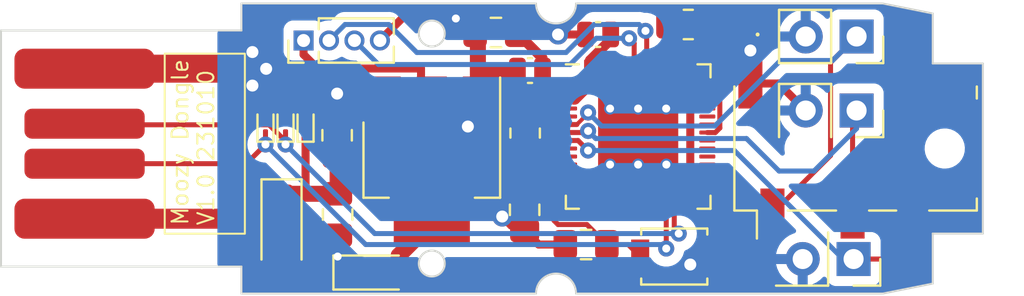
<source format=kicad_pcb>
(kicad_pcb (version 20221018) (generator pcbnew)
  (title_block (title "Moozy Dongle") (date "2023-10-10") (rev "1.0") (company "Author : Laurent Claude - www.Moozy.click") (comment 1 "License : Open Source Hardware - CC BY-SA 4.0"))
  (layers (0 "F.Cu" signal) (31 "B.Cu" signal) (34 "B.Paste" user) (35 "F.Paste" user) (36 "B.SilkS" user "B.Silkscreen") (37 "F.SilkS" user "F.Silkscreen") (38 "B.Mask" user) (39 "F.Mask" user) (44 "Edge.Cuts" user))
  (net 0 "")
  (net 1 "GND")
  (net 3 "+3.3V")
  (net 4 "Net-(U2-CHIP_PU{slash}RESET)")
  (net 5 "Net-(U2-GPIO1{slash}ADC1_CH0)")
  (net 21 "Net-(U2-GPIO2{slash}ADC1_CH1)")
  (net 22 "/Vusb")
  (net 39 "VBUS")
  (net 40 "Net-(D3-A1)")
  (net 41 "Net-(U2-GPIO0{slash}BOOT)")
  (net 48 "/TX")
  (net 49 "/RX")
  (net 52 "Net-(D4-A1)")
  (net 53 "Net-(D2-A)")
  (net 54 "/IO48{slash}LED")
  (net 55 "Net-(U2-GPIO3{slash}ADC1_CH2)")
  (footprint "Capacitor_SMD:C_0805_2012Metric_Pad1.18x1.45mm_HandSolder" (layer "F.Cu") (at 133.902 87.9329 90)
    (fp_text reference "C4" hide)
    (fp_text value "1uF" hide)
    (fp_line (start -0.261252 -0.735) (end 0.261252 -0.735) (stroke (width 0.12)) (layer "F.SilkS"))
    (fp_line (start -0.261252 0.735) (end 0.261252 0.735) (stroke (width 0.12)) (layer "F.SilkS"))
    (pad "1" smd roundrect (at -1.0375 0 90) (size 1.175 1.45) (layers "F.Cu" "F.Paste" "F.Mask") (roundrect_rratio 0.212766) (net 1 "GND"))
    (pad "2" smd roundrect (at 1.0375 0 90) (size 1.175 1.45) (layers "F.Cu" "F.Paste" "F.Mask") (roundrect_rratio 0.212766) (net 4 "Net-(U2-CHIP_PU{slash}RESET)"))
  )
  (footprint "Capacitor_SMD:C_0805_2012Metric_Pad1.18x1.45mm_HandSolder" (layer "F.Cu") (at 124.569 88.1695 -90)
    (fp_text reference "C1" hide)
    (fp_text value "10uF" hide)
    (fp_line (start -0.261252 -0.735) (end 0.261252 -0.735) (stroke (width 0.12)) (layer "F.SilkS"))
    (fp_line (start -0.261252 0.735) (end 0.261252 0.735) (stroke (width 0.12)) (layer "F.SilkS"))
    (pad "1" smd roundrect (at -1.0375 0 270) (size 1.175 1.45) (layers "F.Cu" "F.Paste" "F.Mask") (roundrect_rratio 0.212766) (net 39 "VBUS"))
    (pad "2" smd roundrect (at 1.0375 0 270) (size 1.175 1.45) (layers "F.Cu" "F.Paste" "F.Mask") (roundrect_rratio 0.212766) (net 1 "GND"))
  )
  (footprint "Capacitor_SMD:C_0805_2012Metric_Pad1.18x1.45mm_HandSolder" (layer "F.Cu") (at 132.469 79.07)
    (fp_text reference "C3" hide)
    (fp_text value "10uF" hide)
    (fp_line (start -0.261252 -0.735) (end 0.261252 -0.735) (stroke (width 0.12)) (layer "F.SilkS"))
    (fp_line (start -0.261252 0.735) (end 0.261252 0.735) (stroke (width 0.12)) (layer "F.SilkS"))
    (pad "1" smd roundrect (at -1.0375 0) (size 1.175 1.45) (layers "F.Cu" "F.Paste" "F.Mask") (roundrect_rratio 0.212766) (net 1 "GND"))
    (pad "2" smd roundrect (at 1.0375 0) (size 1.175 1.45) (layers "F.Cu" "F.Paste" "F.Mask") (roundrect_rratio 0.212766) (net 3 "+3.3V"))
  )
  (footprint "LED_SMD:LED_0201_0603Metric" (layer "F.Cu") (at 144.669 79.17 180)
    (fp_text reference "D2" hide)
    (fp_text value "LED KT-0603R" hide)
    (fp_circle (center -0.86 0) (end -0.81 0) (stroke (width 0.1)) (fill none) (layer "F.SilkS"))
    (pad "1" smd roundrect (at -0.32 0 180) (size 0.46 0.4) (layers "F.Cu" "F.Mask") (net 1 "GND"))
    (pad "2" smd roundrect (at 0.32 0 180) (size 0.46 0.4) (layers "F.Cu" "F.Mask") (net 53 "Net-(D2-A)"))
  )
  (footprint "Package_DFN_QFN:QFN-56-1EP_7x7mm_P0.4mm_EP4x4mm" (layer "F.Cu") (at 139.569 84.27)
    (fp_text reference "U2" hide)
    (fp_text value "ESP32-S3-PICO-1" hide)
    (fp_line (start -3.61 3.61) (end -3.61 2.96) (stroke (width 0.12)) (layer "F.SilkS"))
    (fp_line (start -2.96 -3.61) (end -3.61 -3.61) (stroke (width 0.12)) (layer "F.SilkS"))
    (fp_line (start -2.96 3.61) (end -3.61 3.61) (stroke (width 0.12)) (layer "F.SilkS"))
    (fp_line (start 2.96 -3.61) (end 3.61 -3.61) (stroke (width 0.12)) (layer "F.SilkS"))
    (fp_line (start 2.96 3.61) (end 3.61 3.61) (stroke (width 0.12)) (layer "F.SilkS"))
    (fp_line (start 3.61 -3.61) (end 3.61 -2.96) (stroke (width 0.12)) (layer "F.SilkS"))
    (fp_line (start 3.61 3.61) (end 3.61 2.96) (stroke (width 0.12)) (layer "F.SilkS"))
    (pad "1" smd roundrect (at -3.45 -2.6) (size 0.8 0.2) (layers "F.Cu" "F.Paste" "F.Mask"))
    (pad "2" smd roundrect (at -3.45 -2.2) (size 0.8 0.2) (layers "F.Cu" "F.Paste" "F.Mask") (net 3 "+3.3V"))
    (pad "3" smd roundrect (at -3.45 -1.8) (size 0.8 0.2) (layers "F.Cu" "F.Paste" "F.Mask") (net 3 "+3.3V"))
    (pad "4" smd roundrect (at -3.45 -1.4) (size 0.8 0.2) (layers "F.Cu" "F.Paste" "F.Mask") (net 4 "Net-(U2-CHIP_PU{slash}RESET)"))
    (pad "5" smd roundrect (at -3.45 -1) (size 0.8 0.2) (layers "F.Cu" "F.Paste" "F.Mask") (net 41 "Net-(U2-GPIO0{slash}BOOT)"))
    (pad "6" smd roundrect (at -3.45 -0.6) (size 0.8 0.2) (layers "F.Cu" "F.Paste" "F.Mask") (net 5 "Net-(U2-GPIO1{slash}ADC1_CH0)"))
    (pad "7" smd roundrect (at -3.45 -0.2) (size 0.8 0.2) (layers "F.Cu" "F.Paste" "F.Mask") (net 21 "Net-(U2-GPIO2{slash}ADC1_CH1)"))
    (pad "8" smd roundrect (at -3.45 0.2) (size 0.8 0.2) (layers "F.Cu" "F.Paste" "F.Mask") (net 55 "Net-(U2-GPIO3{slash}ADC1_CH2)"))
    (pad "9" smd roundrect (at -3.45 0.6) (size 0.8 0.2) (layers "F.Cu" "F.Paste" "F.Mask"))
    (pad "10" smd roundrect (at -3.45 1) (size 0.8 0.2) (layers "F.Cu" "F.Paste" "F.Mask"))
    (pad "11" smd roundrect (at -3.45 1.4) (size 0.8 0.2) (layers "F.Cu" "F.Paste" "F.Mask"))
    (pad "12" smd roundrect (at -3.45 1.8) (size 0.8 0.2) (layers "F.Cu" "F.Paste" "F.Mask"))
    (pad "13" smd roundrect (at -3.45 2.2) (size 0.8 0.2) (layers "F.Cu" "F.Paste" "F.Mask"))
    (pad "14" smd roundrect (at -3.45 2.6) (size 0.8 0.2) (layers "F.Cu" "F.Paste" "F.Mask"))
    (pad "15" smd roundrect (at -2.6 3.45) (size 0.2 0.8) (layers "F.Cu" "F.Paste" "F.Mask"))
    (pad "16" smd roundrect (at -2.2 3.45) (size 0.2 0.8) (layers "F.Cu" "F.Paste" "F.Mask"))
    (pad "17" smd roundrect (at -1.8 3.45) (size 0.2 0.8) (layers "F.Cu" "F.Paste" "F.Mask"))
    (pad "18" smd roundrect (at -1.4 3.45) (size 0.2 0.8) (layers "F.Cu" "F.Paste" "F.Mask"))
    (pad "19" smd roundrect (at -1 3.45) (size 0.2 0.8) (layers "F.Cu" "F.Paste" "F.Mask"))
    (pad "20" smd roundrect (at -0.6 3.45) (size 0.2 0.8) (layers "F.Cu" "F.Paste" "F.Mask") (net 3 "+3.3V"))
    (pad "21" smd roundrect (at -0.2 3.45) (size 0.2 0.8) (layers "F.Cu" "F.Paste" "F.Mask"))
    (pad "22" smd roundrect (at 0.2 3.45) (size 0.2 0.8) (layers "F.Cu" "F.Paste" "F.Mask"))
    (pad "23" smd roundrect (at 0.6 3.45) (size 0.2 0.8) (layers "F.Cu" "F.Paste" "F.Mask"))
    (pad "24" smd roundrect (at 1 3.45) (size 0.2 0.8) (layers "F.Cu" "F.Paste" "F.Mask"))
    (pad "25" smd roundrect (at 1.4 3.45) (size 0.2 0.8) (layers "F.Cu" "F.Paste" "F.Mask") (net 52 "Net-(D4-A1)"))
    (pad "26" smd roundrect (at 1.8 3.45) (size 0.2 0.8) (layers "F.Cu" "F.Paste" "F.Mask") (net 40 "Net-(D3-A1)"))
    (pad "27" smd roundrect (at 2.2 3.45) (size 0.2 0.8) (layers "F.Cu" "F.Paste" "F.Mask"))
    (pad "28" smd roundrect (at 2.6 3.45) (size 0.2 0.8) (layers "F.Cu" "F.Paste" "F.Mask"))
    (pad "29" smd roundrect (at 3.45 2.6) (size 0.8 0.2) (layers "F.Cu" "F.Paste" "F.Mask"))
    (pad "30" smd roundrect (at 3.45 2.2) (size 0.8 0.2) (layers "F.Cu" "F.Paste" "F.Mask"))
    (pad "31" smd roundrect (at 3.45 1.8) (size 0.8 0.2) (layers "F.Cu" "F.Paste" "F.Mask"))
    (pad "32" smd roundrect (at 3.45 1.4) (size 0.8 0.2) (layers "F.Cu" "F.Paste" "F.Mask"))
    (pad "33" smd roundrect (at 3.45 1) (size 0.8 0.2) (layers "F.Cu" "F.Paste" "F.Mask"))
    (pad "34" smd roundrect (at 3.45 0.6) (size 0.8 0.2) (layers "F.Cu" "F.Paste" "F.Mask"))
    (pad "35" smd roundrect (at 3.45 0.2) (size 0.8 0.2) (layers "F.Cu" "F.Paste" "F.Mask"))
    (pad "36" smd roundrect (at 3.45 -0.2) (size 0.8 0.2) (layers "F.Cu" "F.Paste" "F.Mask") (net 54 "/IO48{slash}LED"))
    (pad "37" smd roundrect (at 3.45 -0.6) (size 0.8 0.2) (layers "F.Cu" "F.Paste" "F.Mask"))
    (pad "38" smd roundrect (at 3.45 -1) (size 0.8 0.2) (layers "F.Cu" "F.Paste" "F.Mask"))
    (pad "39" smd roundrect (at 3.45 -1.4) (size 0.8 0.2) (layers "F.Cu" "F.Paste" "F.Mask"))
    (pad "40" smd roundrect (at 3.45 -1.8) (size 0.8 0.2) (layers "F.Cu" "F.Paste" "F.Mask"))
    (pad "41" smd roundrect (at 3.45 -2.2) (size 0.8 0.2) (layers "F.Cu" "F.Paste" "F.Mask"))
    (pad "42" smd roundrect (at 3.45 -2.6) (size 0.8 0.2) (layers "F.Cu" "F.Paste" "F.Mask"))
    (pad "43" smd roundrect (at 2.6 -3.45) (size 0.2 0.8) (layers "F.Cu" "F.Paste" "F.Mask"))
    (pad "44" smd roundrect (at 2.2 -3.45) (size 0.2 0.8) (layers "F.Cu" "F.Paste" "F.Mask"))
    (pad "45" smd roundrect (at 1.8 -3.45) (size 0.2 0.8) (layers "F.Cu" "F.Paste" "F.Mask"))
    (pad "46" smd roundrect (at 1.4 -3.45) (size 0.2 0.8) (layers "F.Cu" "F.Paste" "F.Mask") (net 3 "+3.3V"))
    (pad "47" smd roundrect (at 1 -3.45) (size 0.2 0.8) (layers "F.Cu" "F.Paste" "F.Mask"))
    (pad "48" smd roundrect (at 0.6 -3.45) (size 0.2 0.8) (layers "F.Cu" "F.Paste" "F.Mask"))
    (pad "49" smd roundrect (at 0.2 -3.45) (size 0.2 0.8) (layers "F.Cu" "F.Paste" "F.Mask") (net 48 "/TX"))
    (pad "50" smd roundrect (at -0.2 -3.45) (size 0.2 0.8) (layers "F.Cu" "F.Paste" "F.Mask") (net 49 "/RX"))
    (pad "51" smd roundrect (at -0.6 -3.45) (size 0.2 0.8) (layers "F.Cu" "F.Paste" "F.Mask"))
    (pad "52" smd roundrect (at -1 -3.45) (size 0.2 0.8) (layers "F.Cu" "F.Paste" "F.Mask"))
    (pad "53" smd roundrect (at -1.4 -3.45) (size 0.2 0.8) (layers "F.Cu" "F.Paste" "F.Mask"))
    (pad "54" smd roundrect (at -1.8 -3.45) (size 0.2 0.8) (layers "F.Cu" "F.Paste" "F.Mask"))
    (pad "55" smd roundrect (at -2.2 -3.45) (size 0.2 0.8) (layers "F.Cu" "F.Paste" "F.Mask") (net 3 "+3.3V"))
    (pad "56" smd roundrect (at -2.6 -3.45) (size 0.2 0.8) (layers "F.Cu" "F.Paste" "F.Mask") (net 3 "+3.3V"))
    (pad "57" smd rect (at 0 0) (size 4 4) (layers "F.Cu" "F.Mask") (net 1 "GND"))
  )
  (footprint "Capacitor_SMD:C_0504_1310Metric_Pad0.83x1.28mm_HandSolder" (layer "F.Cu") (at 137.569 79.17)
    (fp_text reference "C6" hide)
    (fp_text value "0.1uF" hide)
    (fp_line (start -0.101969 -0.62) (end 0.101969 -0.62) (stroke (width 0.12)) (layer "F.SilkS"))
    (fp_line (start -0.101969 0.62) (end 0.101969 0.62) (stroke (width 0.12)) (layer "F.SilkS"))
    (pad "1" smd roundrect (at -0.6275 0) (size 0.835 1.28) (layers "F.Cu" "F.Paste" "F.Mask") (net 1 "GND"))
    (pad "2" smd roundrect (at 0.6275 0) (size 0.835 1.28) (layers "F.Cu" "F.Paste" "F.Mask") (net 3 "+3.3V"))
  )
  (footprint "Resistor_SMD:R_0805_2012Metric_Pad1.20x1.40mm_HandSolder" (layer "F.Cu") (at 133.9274 84.0975 -90)
    (fp_text reference "R1" hide)
    (fp_text value "10k" hide)
    (fp_line (start -0.227064 -0.735) (end 0.227064 -0.735) (stroke (width 0.12)) (layer "F.SilkS"))
    (fp_line (start -0.227064 0.735) (end 0.227064 0.735) (stroke (width 0.12)) (layer "F.SilkS"))
    (pad "1" smd roundrect (at -1 0 270) (size 1.2 1.4) (layers "F.Cu" "F.Paste" "F.Mask") (roundrect_rratio 0.208333) (net 3 "+3.3V"))
    (pad "2" smd roundrect (at 1 0 270) (size 1.2 1.4) (layers "F.Cu" "F.Paste" "F.Mask") (roundrect_rratio 0.208333) (net 4 "Net-(U2-CHIP_PU{slash}RESET)"))
  )
  (footprint "Resistor_SMD:R_0805_2012Metric_Pad1.20x1.40mm_HandSolder" (layer "F.Cu") (at 142.069 78.67)
    (fp_text reference "R2" hide)
    (fp_text value "150R" hide)
    (fp_line (start -0.227064 -0.735) (end 0.227064 -0.735) (stroke (width 0.12)) (layer "F.SilkS"))
    (fp_line (start -0.227064 0.735) (end 0.227064 0.735) (stroke (width 0.12)) (layer "F.SilkS"))
    (pad "1" smd roundrect (at -1 0) (size 1.2 1.4) (layers "F.Cu" "F.Paste" "F.Mask") (roundrect_rratio 0.208333) (net 54 "/IO48{slash}LED"))
    (pad "2" smd roundrect (at 1 0) (size 1.2 1.4) (layers "F.Cu" "F.Paste" "F.Mask") (roundrect_rratio 0.208333) (net 53 "Net-(D2-A)"))
  )
  (footprint "Librairie_Moozy:Boîtier_USB_Dongle" (layer "F.Cu") (at 119.769 84.87)
    (fp_text reference "REF**" hide)
    (fp_text value "Boîtier_USB_Dongle" hide)
    (fp_line (start -12 -5.9) (end -12 5.9) (stroke (width 0.1)) (layer "Edge.Cuts"))
    (fp_line (start -12 -5.9) (end 0 -5.9) (stroke (width 0.1)) (layer "Edge.Cuts"))
    (fp_line (start -12 5.9) (end 0 5.9) (stroke (width 0.1)) (layer "Edge.Cuts"))
    (fp_line (start 0 -7.25) (end 14.7 -7.25) (stroke (width 0.1)) (layer "Edge.Cuts"))
    (fp_line (start 0 -5.9) (end 0 -7.25) (stroke (width 0.1)) (layer "Edge.Cuts"))
    (fp_line (start 0 5.9) (end 0 7.25) (stroke (width 0.1)) (layer "Edge.Cuts"))
    (fp_line (start 0 7.25) (end 14.7 7.25) (stroke (width 0.1)) (layer "Edge.Cuts"))
    (fp_line (start 16.7 -7.25) (end 32 -7.25) (stroke (width 0.1)) (layer "Edge.Cuts"))
    (fp_line (start 16.7 7.25) (end 32 7.25) (stroke (width 0.1)) (layer "Edge.Cuts"))
    (fp_line (start 32 -7.25) (end 34.5 -6.75) (stroke (width 0.1)) (layer "Edge.Cuts"))
    (fp_line (start 32 7.25) (end 34.5 6.75) (stroke (width 0.1)) (layer "Edge.Cuts"))
    (fp_line (start 34.5 -6.75) (end 34.5 -4.25) (stroke (width 0.1)) (layer "Edge.Cuts"))
    (fp_line (start 34.5 -4.25) (end 37 -4.25) (stroke (width 0.1)) (layer "Edge.Cuts"))
    (fp_line (start 34.5 4.25) (end 34.5 6.75) (stroke (width 0.1)) (layer "Edge.Cuts"))
    (fp_line (start 34.5 4.25) (end 37 4.25) (stroke (width 0.1)) (layer "Edge.Cuts"))
    (fp_line (start 37 -4.25) (end 37 4.25) (stroke (width 0.1)) (layer "Edge.Cuts"))
    (fp_arc (start 14.7 7.25) (mid 15.7 6.25) (end 16.7 7.25) (stroke (width 0.1)) (layer "Edge.Cuts"))
    (fp_arc (start 16.7 -7.25) (mid 15.7 -6.25) (end 14.7 -7.25) (stroke (width 0.1)) (layer "Edge.Cuts"))
    (fp_circle (center 9.5 -5.75) (end 10.15 -5.75) (stroke (width 0.1)) (fill none) (layer "Edge.Cuts"))
    (fp_circle (center 9.5 5.75) (end 10.15 5.75) (stroke (width 0.1)) (fill none) (layer "Edge.Cuts"))
  )
  (footprint "Capacitor_SMD:C_0805_2012Metric_Pad1.18x1.45mm_HandSolder" (layer "F.Cu") (at 124.5436 84.2071 90)
    (fp_text reference "C2" hide)
    (fp_text value "0.1uF" hide)
    (fp_line (start -0.261252 -0.735) (end 0.261252 -0.735) (stroke (width 0.12)) (layer "F.SilkS"))
    (fp_line (start -0.261252 0.735) (end 0.261252 0.735) (stroke (width 0.12)) (layer "F.SilkS"))
    (pad "1" smd roundrect (at -1.0375 0 90) (size 1.175 1.45) (layers "F.Cu" "F.Paste" "F.Mask") (roundrect_rratio 0.212766) (net 39 "VBUS"))
    (pad "2" smd roundrect (at 1.0375 0 90) (size 1.175 1.45) (layers "F.Cu" "F.Paste" "F.Mask") (roundrect_rratio 0.212766) (net 1 "GND"))
  )
  (footprint "Diode_SMD:D_SOD-923" (layer "F.Cu") (at 122.969 83.67 90)
    (fp_text reference "D5" hide)
    (fp_text value "LESD5D5.0CT1G" hide)
    (fp_line (start -0.86 -0.4) (end -0.86 0.4) (stroke (width 0.12)) (layer "F.SilkS"))
    (fp_line (start 0.5 -0.4) (end -0.86 -0.4) (stroke (width 0.12)) (layer "F.SilkS"))
    (fp_line (start 0.5 0.4) (end -0.86 0.4) (stroke (width 0.12)) (layer "F.SilkS"))
    (pad "1" smd roundrect (at -0.42 0 270) (size 0.36 0.25) (layers "F.Cu" "F.Paste" "F.Mask") (net 39 "VBUS"))
    (pad "2" smd roundrect (at 0.42 0 270) (size 0.36 0.25) (layers "F.Cu" "F.Paste" "F.Mask") (net 1 "GND"))
  )
  (footprint "Button_Switch_SMD:SW_SPST_B3U-1000P" (layer "F.Cu") (at 141.369 90.27)
    (fp_text reference "SW1" hide)
    (fp_text value "BOOT" hide)
    (fp_line (start -1.65 -1.4) (end 1.65 -1.4) (stroke (width 0.12)) (layer "F.SilkS"))
    (fp_line (start -1.65 -1.1) (end -1.65 -1.4) (stroke (width 0.12)) (layer "F.SilkS"))
    (fp_line (start -1.65 1.1) (end -1.65 1.4) (stroke (width 0.12)) (layer "F.SilkS"))
    (fp_line (start -1.65 1.4) (end 1.65 1.4) (stroke (width 0.12)) (layer "F.SilkS"))
    (fp_line (start 1.65 -1.4) (end 1.65 -1.1) (stroke (width 0.12)) (layer "F.SilkS"))
    (fp_line (start 1.65 1.4) (end 1.65 1.1) (stroke (width 0.12)) (layer "F.SilkS"))
    (pad "1" smd rect (at -1.7 0) (size 0.9 1.7) (layers "F.Cu" "F.Paste" "F.Mask") (net 41 "Net-(U2-GPIO0{slash}BOOT)"))
    (pad "2" smd rect (at 1.7 0) (size 0.9 1.7) (layers "F.Cu" "F.Paste" "F.Mask") (net 1 "GND"))
  )
  (footprint "Capacitor_SMD:C_0504_1310Metric_Pad0.83x1.28mm_HandSolder" (layer "F.Cu") (at 134.169 80.97)
    (fp_text reference "C5" hide)
    (fp_text value "1uF" hide)
    (fp_line (start -0.101969 -0.62) (end 0.101969 -0.62) (stroke (width 0.12)) (layer "F.SilkS"))
    (fp_line (start -0.101969 0.62) (end 0.101969 0.62) (stroke (width 0.12)) (layer "F.SilkS"))
    (pad "1" smd roundrect (at -0.6275 0) (size 0.835 1.28) (layers "F.Cu" "F.Paste" "F.Mask") (net 1 "GND"))
    (pad "2" smd roundrect (at 0.6275 0) (size 0.835 1.28) (layers "F.Cu" "F.Paste" "F.Mask") (net 3 "+3.3V"))
  )
  (footprint "Connector_PinSocket_2.54mm:PinSocket_1x02_P2.54mm_Vertical" (layer "F.Cu") (at 150.469 79.27 -90)
    (fp_text reference "REF**" hide)
    (fp_text value "PinSocket_1x02_P2.54mm_Vertical" hide)
    (fp_line (start -1.33 1.27) (end -1.33 3.87) (stroke (width 0.12)) (layer "F.SilkS"))
    (fp_line (start -1.33 1.27) (end 1.33 1.27) (stroke (width 0.12)) (layer "F.SilkS"))
    (fp_line (start -1.33 3.87) (end 1.33 3.87) (stroke (width 0.12)) (layer "F.SilkS"))
    (fp_line (start 0 -1.33) (end 1.33 -1.33) (stroke (width 0.12)) (layer "F.SilkS"))
    (fp_line (start 1.33 -1.33) (end 1.33 0) (stroke (width 0.12)) (layer "F.SilkS"))
    (fp_line (start 1.33 1.27) (end 1.33 3.87) (stroke (width 0.12)) (layer "F.SilkS"))
    (pad "1" thru_hole rect (at 0 0 270) (size 1.7 1.7) (drill 1) (layers "*.Cu" "*.Mask") (net 5 "Net-(U2-GPIO1{slash}ADC1_CH0)"))
    (pad "2" thru_hole oval (at 0 2.54 270) (size 1.7 1.7) (drill 1) (layers "*.Cu" "*.Mask") (net 1 "GND"))
  )
  (footprint "Connector_PinHeader_1.27mm:PinHeader_1x04_P1.27mm_Vertical" (layer "F.Cu") (at 122.869 79.47 90)
    (fp_text reference "J1" hide)
    (fp_text value "UART" hide)
    (fp_line (start -1.11 -0.76) (end 0 -0.76) (stroke (width 0.12)) (layer "F.SilkS"))
    (fp_line (start -1.11 0) (end -1.11 -0.76) (stroke (width 0.12)) (layer "F.SilkS"))
    (fp_line (start -1.11 0.76) (end -1.11 4.505) (stroke (width 0.12)) (layer "F.SilkS"))
    (fp_line (start -1.11 0.76) (end -0.563471 0.76) (stroke (width 0.12)) (layer "F.SilkS"))
    (fp_line (start -1.11 4.505) (end -0.30753 4.505) (stroke (width 0.12)) (layer "F.SilkS"))
    (fp_line (start 0.30753 4.505) (end 1.11 4.505) (stroke (width 0.12)) (layer "F.SilkS"))
    (fp_line (start 0.563471 0.76) (end 1.11 0.76) (stroke (width 0.12)) (layer "F.SilkS"))
    (fp_line (start 1.11 0.76) (end 1.11 4.505) (stroke (width 0.12)) (layer "F.SilkS"))
    (pad "1" thru_hole rect (at 0 0 90) (size 1 1) (drill 0.65) (layers "*.Cu" "*.Mask") (net 3 "+3.3V"))
    (pad "2" thru_hole oval (at 0 1.27 90) (size 1 1) (drill 0.65) (layers "*.Cu" "*.Mask") (net 48 "/TX"))
    (pad "3" thru_hole oval (at 0 2.54 90) (size 1 1) (drill 0.65) (layers "*.Cu" "*.Mask") (net 49 "/RX"))
    (pad "4" thru_hole oval (at 0 3.81 90) (size 1 1) (drill 0.65) (layers "*.Cu" "*.Mask") (net 1 "GND"))
  )
  (footprint "1_Laurent_Librairie:PCB_USB_Connector" (layer "F.Cu") (at 111.93965 84.628)
    (fp_text reference "U3" hide)
    (fp_text value "~" hide)
    (fp_rect (start 4 -4.5) (end 8 4.5) (stroke (width 0.1)) (fill none) (layer "F.SilkS"))
    (pad "1" smd roundrect (at 0 -3.75) (size 7 2) (layers "F.Cu" "F.Paste" "F.Mask") (net 1 "GND"))
    (pad "2" smd roundrect (at 0 -1) (size 6 1.5) (layers "F.Cu" "F.Paste" "F.Mask") (net 40 "Net-(D3-A1)"))
    (pad "3" smd roundrect (at 0 1) (size 6 1.5) (layers "F.Cu" "F.Paste" "F.Mask") (net 52 "Net-(D4-A1)"))
    (pad "4" smd roundrect (at 0 3.75) (size 7 2) (layers "F.Cu" "F.Paste" "F.Mask") (net 22 "/Vusb"))
  )
  (footprint "Diode_SMD:D_SOD-323_HandSoldering" (layer "F.Cu") (at 126.369 91.07)
    (fp_text reference "D1" hide)
    (fp_text value "TVS Diode, Bi-Direction, 3.3V" hide)
    (fp_line (start -2.01 -0.85) (end -2.01 0.85) (stroke (width 0.12)) (layer "F.SilkS"))
    (fp_line (start -2.01 -0.85) (end 1.25 -0.85) (stroke (width 0.12)) (layer "F.SilkS"))
    (fp_line (start -2.01 0.85) (end 1.25 0.85) (stroke (width 0.12)) (layer "F.SilkS"))
    (pad "1" smd roundrect (at -1.25 0) (size 1 1) (layers "F.Cu" "F.Paste" "F.Mask") (net 1 "GND"))
    (pad "2" smd roundrect (at 1.25 0) (size 1 1) (layers "F.Cu" "F.Paste" "F.Mask") (net 3 "+3.3V"))
  )
  (footprint "Diode_SMD:D_SOD-123" (layer "F.Cu") (at 121.769 88.77 -90)
    (fp_text reference "D6" hide)
    (fp_text value "1N5819HW-7-F" hide)
    (fp_line (start -2.36 -1) (end -2.36 1) (stroke (width 0.12)) (layer "F.SilkS"))
    (fp_line (start -2.36 -1) (end 1.65 -1) (stroke (width 0.12)) (layer "F.SilkS"))
    (fp_line (start -2.36 1) (end 1.65 1) (stroke (width 0.12)) (layer "F.SilkS"))
    (pad "1" smd roundrect (at -1.65 0 270) (size 0.9 1.2) (layers "F.Cu" "F.Paste" "F.Mask") (net 39 "VBUS"))
    (pad "2" smd roundrect (at 1.65 0 270) (size 0.9 1.2) (layers "F.Cu" "F.Paste" "F.Mask") (net 22 "/Vusb"))
  )
  (footprint "1_Librairie_Moozy:Jack_3.5mm_PJ320D_Horizontal" (layer "F.Cu") (at 150.094 84.87 180)
    (fp_text reference "J2" hide)
    (fp_text value "Audio Jack 3.5mm x3" hide)
    (fp_line (start -6.375 -3.1) (end -6.375 -2.5) (stroke (width 0.12)) (layer "F.SilkS"))
    (fp_line (start -6.375 -3.1) (end -4 -3.1) (stroke (width 0.12)) (layer "F.SilkS"))
    (fp_line (start -6.375 2.5) (end -6.375 3.1) (stroke (width 0.12)) (layer "F.SilkS"))
    (fp_line (start -2.35 -3.1) (end -1 -3.1) (stroke (width 0.12)) (layer "F.SilkS"))
    (fp_line (start 0.65 -3.1) (end 3.05 -3.1) (stroke (width 0.12)) (layer "F.SilkS"))
    (fp_line (start 4.6 -3.1) (end 4.6 -4.5) (stroke (width 0.12)) (layer "F.SilkS"))
    (fp_line (start 4.6 -3.1) (end 5.725 -3.1) (stroke (width 0.12)) (layer "F.SilkS"))
    (fp_line (start 5.725 3.1) (end 5.725 -3.1) (stroke (width 0.12)) (layer "F.SilkS"))
    (pad "" np_thru_hole circle (at -4.775 0 180) (size 1.5 1.5) (drill 1.5) (layers "*.Cu" "*.Mask"))
    (pad "" np_thru_hole circle (at 2.225 0 180) (size 1.5 1.5) (drill 1.5) (layers "*.Cu" "*.Mask"))
    (pad "1" smd rect (at 4.925 3.25 180) (size 1.2 2.5) (layers "F.Cu" "F.Paste" "F.Mask") (net 1 "GND"))
    (pad "2" smd rect (at -3.175 -3.25 180) (size 1.2 2.5) (layers "F.Cu" "F.Paste" "F.Mask") (net 55 "Net-(U2-GPIO3{slash}ADC1_CH2)"))
    (pad "3" smd rect (at -0.175 -3.25 180) (size 1.2 2.5) (layers "F.Cu" "F.Paste" "F.Mask") (net 21 "Net-(U2-GPIO2{slash}ADC1_CH1)"))
    (pad "4" smd rect (at 3.825 -3.25 180) (size 1.2 2.5) (layers "F.Cu" "F.Paste" "F.Mask") (net 5 "Net-(U2-GPIO1{slash}ADC1_CH0)"))
  )
  (footprint "Package_TO_SOT_SMD:SOT-223-3_TabPin2" (layer "F.Cu") (at 129.269 85.42 -90)
    (fp_text reference "U1" hide)
    (fp_text value "LD1117S33TR_SOT223" hide)
    (fp_line (start -4.1 -3.41) (end 1.91 -3.41) (stroke (width 0.12)) (layer "F.SilkS"))
    (fp_line (start -1.85 3.41) (end 1.91 3.41) (stroke (width 0.12)) (layer "F.SilkS"))
    (fp_line (start 1.91 -3.41) (end 1.91 -2.15) (stroke (width 0.12)) (layer "F.SilkS"))
    (fp_line (start 1.91 3.41) (end 1.91 2.15) (stroke (width 0.12)) (layer "F.SilkS"))
    (pad "1" smd rect (at -3.15 -2.3 270) (size 2 1.5) (layers "F.Cu" "F.Paste" "F.Mask") (net 1 "GND"))
    (pad "2" smd rect (at -3.15 0 270) (size 2 1.5) (layers "F.Cu" "F.Paste" "F.Mask") (net 3 "+3.3V"))
    (pad "2" smd rect (at 3.15 0 270) (size 2 3.8) (layers "F.Cu" "F.Paste" "F.Mask") (net 3 "+3.3V"))
    (pad "3" smd rect (at -3.15 2.3 270) (size 2 1.5) (layers "F.Cu" "F.Paste" "F.Mask") (net 39 "VBUS"))
  )
  (footprint "Connector_PinSocket_2.54mm:PinSocket_1x02_P2.54mm_Vertical" (layer "F.Cu") (at 150.469 82.97 -90)
    (fp_text reference "REF**" hide)
    (fp_text value "PinSocket_1x02_P2.54mm_Vertical" hide)
    (fp_line (start -1.33 1.27) (end -1.33 3.87) (stroke (width 0.12)) (layer "F.SilkS"))
    (fp_line (start -1.33 1.27) (end 1.33 1.27) (stroke (width 0.12)) (layer "F.SilkS"))
    (fp_line (start -1.33 3.87) (end 1.33 3.87) (stroke (width 0.12)) (layer "F.SilkS"))
    (fp_line (start 0 -1.33) (end 1.33 -1.33) (stroke (width 0.12)) (layer "F.SilkS"))
    (fp_line (start 1.33 -1.33) (end 1.33 0) (stroke (width 0.12)) (layer "F.SilkS"))
    (pad "1" thru_hole rect (at 0 0 270) (size 1.7 1.7) (drill 1) (layers "*.Cu" "*.Mask") (net 21 "Net-(U2-GPIO2{slash}ADC1_CH1)"))
    (pad "2" thru_hole oval (at 0 2.54 270) (size 1.7 1.7) (drill 1) (layers "*.Cu" "*.Mask") (net 1 "GND"))
  )
  (footprint "Capacitor_SMD:C_0805_2012Metric_Pad1.18x1.45mm_HandSolder" (layer "F.Cu") (at 136.969 89.67)
    (fp_text reference "C7" hide)
    (fp_text value "0.1uF" hide)
    (fp_line (start -0.261252 -0.735) (end 0.261252 -0.735) (stroke (width 0.12)) (layer "F.SilkS"))
    (fp_line (start -0.261252 0.735) (end 0.261252 0.735) (stroke (width 0.12)) (layer "F.SilkS"))
    (pad "1" smd roundrect (at -1.0375 0) (size 1.175 1.45) (layers "F.Cu" "F.Paste" "F.Mask") (roundrect_rratio 0.212766) (net 1 "GND"))
    (pad "2" smd roundrect (at 1.0375 0) (size 1.175 1.45) (layers "F.Cu" "F.Paste" "F.Mask") (roundrect_rratio 0.212766) (net 41 "Net-(U2-GPIO0{slash}BOOT)"))
  )
  (footprint "Diode_SMD:D_SOD-923" (layer "F.Cu") (at 121.969 83.67 90)
    (fp_text reference "D3" hide)
    (fp_text value "LESD5D5.0CT1G" hide)
    (fp_line (start -0.86 -0.4) (end -0.86 0.4) (stroke (width 0.12)) (layer "F.SilkS"))
    (fp_line (start 0.5 -0.4) (end -0.86 -0.4) (stroke (width 0.12)) (layer "F.SilkS"))
    (fp_line (start 0.5 0.4) (end -0.86 0.4) (stroke (width 0.12)) (layer "F.SilkS"))
    (pad "1" smd roundrect (at -0.42 0 270) (size 0.36 0.25) (layers "F.Cu" "F.Paste" "F.Mask") (net 40 "Net-(D3-A1)"))
    (pad "2" smd roundrect (at 0.42 0 270) (size 0.36 0.25) (layers "F.Cu" "F.Paste" "F.Mask") (net 1 "GND"))
  )
  (footprint "Diode_SMD:D_SOD-923" (layer "F.Cu") (at 120.969 83.67 90)
    (fp_text reference "D4" hide)
    (fp_text value "LESD5D5.0CT1G" hide)
    (fp_line (start -0.86 -0.4) (end -0.86 0.4) (stroke (width 0.12)) (layer "F.SilkS"))
    (fp_line (start 0.5 -0.4) (end -0.86 -0.4) (stroke (width 0.12)) (layer "F.SilkS"))
    (fp_line (start 0.5 0.4) (end -0.86 0.4) (stroke (width 0.12)) (layer "F.SilkS"))
    (pad "1" smd roundrect (at -0.42 0 270) (size 0.36 0.25) (layers "F.Cu" "F.Paste" "F.Mask") (net 52 "Net-(D4-A1)"))
    (pad "2" smd roundrect (at 0.42 0 270) (size 0.36 0.25) (layers "F.Cu" "F.Paste" "F.Mask") (net 1 "GND"))
  )
  (footprint "Connector_PinSocket_2.54mm:PinSocket_1x02_P2.54mm_Vertical" (layer "F.Cu") (at 150.319 90.395 -90)
    (fp_text reference "REF**" hide)
    (fp_text value "PinSocket_1x02_P2.54mm_Vertical" hide)
    (fp_line (start -1.33 1.27) (end 1.33 1.27) (stroke (width 0.12)) (layer "F.SilkS"))
    (fp_line (start 0 -1.33) (end 1.33 -1.33) (stroke (width 0.12)) (layer "F.SilkS"))
    (fp_line (start 1.33 -1.33) (end 1.33 0) (stroke (width 0.12)) (layer "F.SilkS"))
    (fp_line (start 1.33 1.27) (end 1.33 3.87) (stroke (width 0.12)) (layer "F.SilkS"))
    (pad "1" thru_hole rect (at 0 0 270) (size 1.7 1.7) (drill 1) (layers "*.Cu" "*.Mask") (net 55 "Net-(U2-GPIO3{slash}ADC1_CH2)"))
    (pad "2" thru_hole oval (at 0 2.54 270) (size 1.7 1.7) (drill 1) (layers "*.Cu" "*.Mask") (net 1 "GND"))
  )
  (gr_text "Moozy Dongle\nV1.0 231010" (at 118.469 88.77 90) (layer "F.SilkS") (effects (font (size 0.8 0.8) (thickness 0.1)) (justify left bottom)))
  (segment (start 136.9415 79.17) (end 135.569 79.17) (width 0.4) (layer "F.Cu") (net 1))
  (segment (start 115.43965 80.878) (end 119.47125 80.878) (width 1.4) (layer "F.Cu") (net 1))
  (segment (start 120.99525 80.878) (end 121.00225 80.885) (width 0.4) (layer "F.Cu") (net 1))
  (segment (start 130.4315 78.07) (end 130.469 78.1075) (width 0.4) (layer "F.Cu") (net 1))
  (segment (start 120.969 83.25) (end 121.969 83.25) (width 0.4) (layer "F.Cu") (net 1))
  (segment (start 145.169 79.97) (end 144.989 79.79) (width 0.4) (layer "F.Cu") (net 1))
  (segment (start 131.569 82.27) (end 131.569 79.2075) (width 0.8) (layer "F.Cu") (net 1))
  (segment (start 131.569 82.27) (end 131.569 83.27) (width 0.8) (layer "F.Cu") (net 1))
  (segment (start 143.069 90.27) (end 142.569 90.27) (width 0.4) (layer "F.Cu") (net 1))
  (segment (start 124.569 90.27) (end 124.569 89.207) (width 0.8) (layer "F.Cu") (net 1))
  (segment (start 131.569 82.27) (end 131.569 81.47) (width 0.8) (layer "F.Cu") (net 1))
  (segment (start 115.43965 80.878) (end 120.99525 80.878) (width 0.8) (layer "F.Cu") (net 1))
  (segment (start 128.079 78.07) (end 130.4315 78.07) (width 0.4) (layer "F.Cu") (net 1))
  (segment (start 120.969 82.37575) (end 120.31645 81.7232) (width 0.4) (layer "F.Cu") (net 1))
  (segment (start 146.579 81.62) (end 147.929 82.97) (width 0.4) (layer "F.Cu") (net 1))
  (segment (start 126.679 79.47) (end 128.079 78.07) (width 0.4) (layer "F.Cu") (net 1))
  (segment (start 119.47125 80.878) (end 120.31645 81.7232) (width 0.8) (layer "F.Cu") (net 1))
  (segment (start 132.069 80.97) (end 133.5415 80.97) (width 0.8) (layer "F.Cu") (net 1))
  (segment (start 124.569 90.27) (end 124.569 90.87) (width 0.8) (layer "F.Cu") (net 1))
  (segment (start 133.769 88.7173) (end 133.2317 88.7173) (width 0.4) (layer "F.Cu") (net 1))
  (segment (start 133.2317 88.7173) (end 132.7844 88.27) (width 0.4) (layer "F.Cu") (net 1))
  (segment (start 121.969 83.25) (end 122.969 83.25) (width 0.4) (layer "F.Cu") (net 1))
  (segment (start 144.989 79.79) (end 144.989 79.17) (width 0.4) (layer "F.Cu") (net 1))
  (segment (start 124.5436 83.1696) (end 124.5436 82.1243) (width 0.4) (layer "F.Cu") (net 1))
  (segment (start 120.969 83.25) (end 120.969 82.37575) (width 0.4) (layer "F.Cu") (net 1))
  (segment (start 131.569 83.27) (end 131.069 83.77) (width 0.8) (layer "F.Cu") (net 1))
  (segment (start 135.9315 89.67) (end 134.6016 89.67) (width 0.4) (layer "F.Cu") (net 1))
  (segment (start 142.569 90.27) (end 142.169 90.67) (width 0.4) (layer "F.Cu") (net 1))
  (segment (start 145.169 81.62) (end 146.579 81.62) (width 0.4) (layer "F.Cu") (net 1))
  (segment (start 131.569 81.47) (end 132.069 80.97) (width 0.8) (layer "F.Cu") (net 1))
  (segment (start 145.169 79.97) (end 145.169 81.62) (width 0.4) (layer "F.Cu") (net 1))
  (segment (start 124.569 90.87) (end 124.769 91.07) (width 0.8) (layer "F.Cu") (net 1))
  (segment (start 119.48525 80.878) (end 120.31645 80.0468) (width 0.8) (layer "F.Cu") (net 1))
  (segment (start 130.7315 78.37) (end 131.4315 79.07) (width 0.4) (layer "F.Cu") (net 1))
  (segment (start 124.769 91.07) (end 125.119 91.07) (width 0.8) (layer "F.Cu") (net 1))
  (segment (start 130.469 78.37) (end 130.7315 78.37) (width 0.4) (layer "F.Cu") (net 1))
  (segment (start 130.469 78.1075) (end 130.469 78.37) (width 0.4) (layer "F.Cu") (net 1))
  (segment (start 134.6016 89.67) (end 133.902 88.9704) (width 0.4) (layer "F.Cu") (net 1))
  (segment (start 131.569 79.2075) (end 131.4315 79.07) (width 0.8) (layer "F.Cu") (net 1))
  (segment (start 115.43965 80.878) (end 119.48525 80.878) (width 0.4) (layer "F.Cu") (net 1))
  (via (at 130.469 78.37) (size 0.8) (drill 0.4) (layers "F.Cu" "B.Cu") (net 1))
  (via (at 124.5436 82.1243) (size 1) (drill 0.6) (layers "F.Cu" "B.Cu") (net 1))
  (via (at 140.9654 82.8718) (size 0.6) (drill 0.4) (layers "F.Cu" "B.Cu") (net 1))
  (via (at 120.31645 81.7232) (size 1) (drill 0.6) (layers "F.Cu" "B.Cu") (net 1))
  (via (at 131.069 83.77) (size 1) (drill 0.6) (layers "F.Cu" "B.Cu") (net 1))
  (via (at 142.169 90.67) (size 1) (drill 0.6) (layers "F.Cu" "B.Cu") (net 1))
  (via (at 139.5654 85.6718) (size 0.6) (drill 0.4) (layers "F.Cu" "B.Cu") (net 1))
  (via (at 138.1654 85.6718) (size 0.6) (drill 0.4) (layers "F.Cu" "B.Cu") (net 1))
  (via (at 121.00225 80.885) (size 1) (drill 0.6) (layers "F.Cu" "B.Cu") (net 1))
  (via (at 138.1654 82.8718) (size 0.6) (drill 0.4) (layers "F.Cu" "B.Cu") (net 1))
  (via (at 135.569 79.17) (size 1) (drill 0.6) (layers "F.Cu" "B.Cu") (net 1))
  (via (at 140.9754 85.6718) (size 0.6) (drill 0.4) (layers "F.Cu" "B.Cu") (net 1))
  (via (at 132.7844 88.27) (size 1) (drill 0.6) (layers "F.Cu" "B.Cu") (net 1))
  (via (at 124.569 90.27) (size 0.8) (drill 0.4) (layers "F.Cu" "B.Cu") (net 1))
  (via (at 145.169 79.97) (size 1) (drill 0.6) (layers "F.Cu" "B.Cu") (net 1))
  (via (at 139.5654 82.8718) (size 0.6) (drill 0.4) (layers "F.Cu" "B.Cu") (net 1))
  (via (at 120.31645 80.0468) (size 1) (drill 0.6) (layers "F.Cu" "B.Cu") (net 1))
  (segment (start 138.1965 79.426814) (end 138.1965 79.17) (width 0.5) (layer "F.Cu") (net 3))
  (segment (start 129.369 88.47) (end 129.269 88.57) (width 0.8) (layer "F.Cu") (net 3))
  (segment (start 132.069 85.07) (end 129.269 85.07) (width 0.8) (layer "F.Cu") (net 3))
  (segment (start 137.169 81.67) (end 140.969 81.67) (width 0.5) (layer "F.Cu") (net 3))
  (segment (start 137.169 81.67) (end 137.169 80.454314) (width 0.5) (layer "F.Cu") (net 3))
  (segment (start 136.419 82.42) (end 136.340751 82.42) (width 0.5) (layer "F.Cu") (net 3))
  (segment (start 128.7315 81.7325) (end 129.269 82.27) (width 0.4) (layer "F.Cu") (net 3))
  (segment (start 134.7965 80.97) (end 134.7965 80.36) (width 0.5) (layer "F.Cu") (net 3))
  (segment (start 134.7965 82.2284) (end 134.7965 80.97) (width 0.5) (layer "F.Cu") (net 3))
  (segment (start 129.269 88.57) (end 127.619 90.22) (width 0.8) (layer "F.Cu") (net 3))
  (segment (start 141.769 81.67) (end 142.169 82.07) (width 0.4) (layer "F.Cu") (net 3))
  (segment (start 136.340751 82.42) (end 136.315751 82.395) (width 0.5) (layer "F.Cu") (net 3))
  (segment (start 136.315751 82.395) (end 134.6299 82.395) (width 0.5) (layer "F.Cu") (net 3))
  (segment (start 140.969 80.82) (end 140.969 81.67) (width 0.4) (layer "F.Cu") (net 3))
  (segment (start 129.269 82.27) (end 129.269 88.57) (width 0.8) (layer "F.Cu") (net 3))
  (segment (start 134.6299 82.395) (end 133.9274 83.0975) (width 0.5) (layer "F.Cu") (net 3))
  (segment (start 122.869 80.17) (end 123.569 80.87) (width 0.4) (layer "F.Cu") (net 3))
  (segment (start 137.169 80.454314) (end 138.1965 79.426814) (width 0.5) (layer "F.Cu") (net 3))
  (segment (start 140.969 81.67) (end 141.769 81.67) (width 0.4) (layer "F.Cu") (net 3))
  (segment (start 137.169 81.67) (end 136.419 82.42) (width 0.5) (layer "F.Cu") (net 3))
  (segment (start 123.569 80.87) (end 128.7315 80.87) (width 0.4) (layer "F.Cu") (net 3))
  (segment (start 127.619 90.22) (end 127.619 91.07) (width 0.8) (layer "F.Cu") (net 3))
  (segment (start 134.6299 82.395) (end 134.7965 82.2284) (width 0.5) (layer "F.Cu") (net 3))
  (segment (start 128.7315 80.87) (end 128.7315 81.7325) (width 0.4) (layer "F.Cu") (net 3))
  (segment (start 133.9274 83.2116) (end 132.069 85.07) (width 0.8) (layer "F.Cu") (net 3))
  (segment (start 139.019 87.02) (end 138.969 87.07) (width 0.4) (layer "F.Cu") (net 3))
  (segment (start 134.0065 83.0184) (end 133.9274 83.0975) (width 0.4) (layer "F.Cu") (net 3))
  (segment (start 134.7965 80.36) (end 133.5065 79.07) (width 0.5) (layer "F.Cu") (net 3))
  (segment (start 122.869 79.47) (end 122.869 80.17) (width 0.4) (layer "F.Cu") (net 3))
  (segment (start 142.169 82.07) (end 142.169 86.47) (width 0.4) (layer "F.Cu") (net 3))
  (segment (start 141.619 87.02) (end 139.019 87.02) (width 0.4) (layer "F.Cu") (net 3))
  (segment (start 142.169 86.47) (end 141.619 87.02) (width 0.4) (layer "F.Cu") (net 3))
  (segment (start 138.969 87.07) (end 138.969 87.72) (width 0.4) (layer "F.Cu") (net 3))
  (segment (start 133.9274 83.0975) (end 133.9274 83.2116) (width 0.8) (layer "F.Cu") (net 3))
  (segment (start 136.119 82.87) (end 135.319 82.87) (width 0.25) (layer "F.Cu") (net 4))
  (segment (start 134.8524 83.3366) (end 134.8524 84.1725) (width 0.25) (layer "F.Cu") (net 4))
  (segment (start 133.769 86.87) (end 133.769 85.1035) (width 0.25) (layer "F.Cu") (net 4))
  (segment (start 133.769 85.1035) (end 133.8004 85.0721) (width 0.25) (layer "F.Cu") (net 4))
  (segment (start 135.319 82.87) (end 134.8524 83.3366) (width 0.25) (layer "F.Cu") (net 4))
  (segment (start 134.8524 84.1725) (end 133.9274 85.0975) (width 0.25) (layer "F.Cu") (net 4))
  (segment (start 137.069 83.108908) (end 136.507908 83.67) (width 0.2) (layer "F.Cu") (net 5))
  (segment (start 137.069 83.07) (end 137.069 83.108908) (width 0.25) (layer "F.Cu") (net 5))
  (segment (start 149.169 80.57) (end 150.469 79.27) (width 0.25) (layer "F.Cu") (net 5))
  (segment (start 146.269 88.12) (end 149.169 85.22) (width 0.25) (layer "F.Cu") (net 5))
  (segment (start 149.169 85.22) (end 149.169 80.57) (width 0.25) (layer "F.Cu") (net 5))
  (segment (start 136.507908 83.67) (end 136.119 83.67) (width 0.25) (layer "F.Cu") (net 5))
  (via (at 137.069 83.07) (size 0.8) (drill 0.4) (layers "F.Cu" "B.Cu") (net 5))
  (segment (start 137.069 83.07) (end 137.744 83.745) (width 0.25) (layer "B.Cu") (net 5))
  (segment (start 143.394 83.745) (end 146.669 80.47) (width 0.25) (layer "B.Cu") (net 5))
  (segment (start 146.669 80.47) (end 149.269 80.47) (width 0.25) (layer "B.Cu") (net 5))
  (segment (start 137.744 83.745) (end 143.394 83.745) (width 0.25) (layer "B.Cu") (net 5))
  (segment (start 149.269 80.47) (end 150.469 79.27) (width 0.25) (layer "B.Cu") (net 5))
  (segment (start 150.269 83.17) (end 150.469 82.97) (width 0.25) (layer "F.Cu") (net 21))
  (segment (start 150.269 88.12) (end 150.269 83.17) (width 0.25) (layer "F.Cu") (net 21))
  (segment (start 137.0695 83.990993) (end 136.990493 84.07) (width 0.25) (layer "F.Cu") (net 21))
  (segment (start 136.990493 84.07) (end 136.119 84.07) (width 0.25) (layer "F.Cu") (net 21))
  (via (at 137.0695 83.990993) (size 0.8) (drill 0.4) (layers "F.Cu" "B.Cu") (net 21))
  (segment (start 150.469 83.87) (end 150.469 82.97) (width 0.25) (layer "B.Cu") (net 21))
  (segment (start 148.344 85.995) (end 150.469 83.87) (width 0.25) (layer "B.Cu") (net 21))
  (segment (start 137.448507 84.37) (end 144.973505 84.37) (width 0.25) (layer "B.Cu") (net 21))
  (segment (start 137.0695 83.990993) (end 137.448507 84.37) (width 0.25) (layer "B.Cu") (net 21))
  (segment (start 144.973505 84.37) (end 146.598505 85.995) (width 0.25) (layer "B.Cu") (net 21))
  (segment (start 146.598505 85.995) (end 148.344 85.995) (width 0.25) (layer "B.Cu") (net 21))
  (segment (start 111.93965 88.378) (end 112.03165 88.47) (width 1) (layer "F.Cu") (net 22))
  (segment (start 119.377 88.378) (end 121.419 90.42) (width 1) (layer "F.Cu") (net 22))
  (segment (start 111.93965 88.378) (end 119.377 88.378) (width 1) (layer "F.Cu") (net 22))
  (segment (start 121.419 90.42) (end 121.769 90.42) (width 1) (layer "F.Cu") (net 22))
  (segment (start 122.969 84.09) (end 122.969 87.02) (width 0.4) (layer "F.Cu") (net 39))
  (segment (start 124.5436 85.2446) (end 126.969 82.8192) (width 0.8) (layer "F.Cu") (net 39))
  (segment (start 121.881 87.132) (end 124.569 87.132) (width 0.8) (layer "F.Cu") (net 39))
  (segment (start 124.569 87.132) (end 124.569 85.27) (width 0.8) (layer "F.Cu") (net 39))
  (segment (start 121.150586 83.685) (end 111.99665 83.685) (width 0.25) (layer "F.Cu") (net 40))
  (segment (start 141.5935 89.121568) (end 141.369 88.897068) (width 0.25) (layer "F.Cu") (net 40))
  (segment (start 121.969 84.503414) (end 121.150586 83.685) (width 0.25) (layer "F.Cu") (net 40))
  (segment (start 121.969 84.67) (end 121.969 84.503414) (width 0.25) (layer "F.Cu") (net 40))
  (segment (start 121.969 84.09) (end 121.969 84.67) (width 0.25) (layer "F.Cu") (net 40))
  (segment (start 141.369 88.897068) (end 141.369 87.72) (width 0.25) (layer "F.Cu") (net 40))
  (segment (start 111.99665 83.685) (end 111.93965 83.628) (width 0.25) (layer "F.Cu") (net 40))
  (via (at 141.5935 89.121568) (size 0.8) (drill 0.4) (layers "F.Cu" "B.Cu") (net 40))
  (via (at 121.969 84.67) (size 0.8) (drill 0.4) (layers "F.Cu" "B.Cu") (net 40))
  (segment (start 126.420568 89.121568) (end 141.5935 89.121568) (width 0.25) (layer "B.Cu") (net 40))
  (segment (start 121.969 84.67) (end 126.420568 89.121568) (width 0.25) (layer "B.Cu") (net 40))
  (segment (start 138.0065 89.67) (end 137.0065 88.67) (width 0.25) (layer "F.Cu") (net 41))
  (segment (start 135.369 88.47) (end 135.369 83.62) (width 0.25) (layer "F.Cu") (net 41))
  (segment (start 138.0065 89.67) (end 139.069 89.67) (width 0.25) (layer "F.Cu") (net 41))
  (segment (start 135.369 83.62) (end 135.719 83.27) (width 0.25) (layer "F.Cu") (net 41))
  (segment (start 139.069 89.67) (end 139.669 90.27) (width 0.25) (layer "F.Cu") (net 41))
  (segment (start 135.569 88.67) (end 135.369 88.47) (width 0.25) (layer "F.Cu") (net 41))
  (segment (start 137.0065 88.67) (end 135.569 88.67) (width 0.25) (layer "F.Cu") (net 41))
  (segment (start 135.719 83.27) (end 136.119 83.27) (width 0.25) (layer "F.Cu") (net 41))
  (segment (start 139.994 80.206092) (end 139.769 80.431092) (width 0.25) (layer "F.Cu") (net 48))
  (segment (start 139.994 79.100073) (end 139.994 80.206092) (width 0.25) (layer "F.Cu") (net 48))
  (segment (start 139.769 80.431092) (end 139.769 80.82) (width 0.25) (layer "F.Cu") (net 48))
  (segment (start 139.932665 78.987373) (end 139.932665 79.038738) (width 0.25) (layer "F.Cu") (net 48))
  (segment (start 139.932665 79.038738) (end 139.994 79.100073) (width 0.25) (layer "F.Cu") (net 48))
  (via (at 139.932665 78.987373) (size 0.8) (drill 0.4) (layers "F.Cu" "B.Cu") (net 48))
  (segment (start 137.369 78.67) (end 135.969 80.07) (width 0.25) (layer "B.Cu") (net 48))
  (segment (start 128.522282 80.07) (end 127.122282 78.67) (width 0.25) (layer "B.Cu") (net 48))
  (segment (start 139.932665 78.987373) (end 139.615292 78.67) (width 0.25) (layer "B.Cu") (net 48))
  (segment (start 124.939 78.67) (end 124.139 79.47) (width 0.25) (layer "B.Cu") (net 48))
  (segment (start 127.122282 78.67) (end 124.939 78.67) (width 0.25) (layer "B.Cu") (net 48))
  (segment (start 135.969 80.07) (end 128.522282 80.07) (width 0.25) (layer "B.Cu") (net 48))
  (segment (start 139.615292 78.67) (end 137.369 78.67) (width 0.25) (layer "B.Cu") (net 48))
  (segment (start 139.369 79.614457) (end 139.369 80.82) (width 0.25) (layer "F.Cu") (net 49))
  (segment (start 139.1135 79.358957) (end 139.369 79.614457) (width 0.25) (layer "F.Cu") (net 49))
  (via (at 139.1135 79.358957) (size 0.8) (drill 0.4) (layers "F.Cu" "B.Cu") (net 49))
  (segment (start 126.609 80.67) (end 125.409 79.47) (width 0.25) (layer "B.Cu") (net 49))
  (segment (start 137.480043 79.358957) (end 136.169 80.67) (width 0.25) (layer "B.Cu") (net 49))
  (segment (start 136.169 80.67) (end 126.609 80.67) (width 0.25) (layer "B.Cu") (net 49))
  (segment (start 139.1135 79.358957) (end 137.480043 79.358957) (width 0.25) (layer "B.Cu") (net 49))
  (segment (start 120.969 84.09) (end 120.969 84.67) (width 0.25) (layer "F.Cu") (net 52))
  (segment (start 140.969 89.87) (end 140.969 87.72) (width 0.25) (layer "F.Cu") (net 52))
  (segment (start 120.011 85.628) (end 111.93965 85.628) (width 0.25) (layer "F.Cu") (net 52))
  (segment (start 120.969 84.67) (end 120.011 85.628) (width 0.25) (layer "F.Cu") (net 52))
  (via (at 120.969 84.67) (size 0.8) (drill 0.4) (layers "F.Cu" "B.Cu") (net 52))
  (via (at 140.969 89.87) (size 0.8) (drill 0.4) (layers "F.Cu" "B.Cu") (net 52))
  (segment (start 140.969 89.87) (end 140.769 89.67) (width 0.25) (layer "B.Cu") (net 52))
  (segment (start 125.969 89.67) (end 120.969 84.67) (width 0.25) (layer "B.Cu") (net 52))
  (segment (start 140.769 89.67) (end 125.969 89.67) (width 0.25) (layer "B.Cu") (net 52))
  (segment (start 143.569 79.17) (end 144.349 79.17) (width 0.25) (layer "F.Cu") (net 53))
  (segment (start 143.069 78.67) (end 143.569 79.17) (width 0.25) (layer "F.Cu") (net 53))
  (segment (start 143.019 84.07) (end 143.419 84.07) (width 0.25) (layer "F.Cu") (net 54))
  (segment (start 143.644 83.845) (end 143.644 81.245) (width 0.25) (layer "F.Cu") (net 54))
  (segment (start 143.644 81.245) (end 141.069 78.67) (width 0.25) (layer "F.Cu") (net 54))
  (segment (start 143.419 84.07) (end 143.644 83.845) (width 0.25) (layer "F.Cu") (net 54))
  (segment (start 149.794 90.395) (end 150.319 90.395) (width 0.25) (layer "F.Cu") (net 55))
  (segment (start 150.319 90.395) (end 152.844 90.395) (width 0.25) (layer "F.Cu") (net 55))
  (segment (start 152.844 90.395) (end 153.269 89.97) (width 0.25) (layer "F.Cu") (net 55))
  (segment (start 136.569 84.47) (end 137.069 84.97) (width 0.25) (layer "F.Cu") (net 55))
  (segment (start 153.269 89.97) (end 153.269 88.12) (width 0.25) (layer "F.Cu") (net 55))
  (segment (start 136.119 84.47) (end 136.569 84.47) (width 0.25) (layer "F.Cu") (net 55))
  (via (at 137.069 84.97) (size 0.8) (drill 0.4) (layers "F.Cu" "B.Cu") (net 55))
  (segment (start 149.794 90.395) (end 150.319 90.395) (width 0.25) (layer "B.Cu") (net 55))
  (segment (start 144.369 84.97) (end 149.794 90.395) (width 0.25) (layer "B.Cu") (net 55))
  (segment (start 137.069 84.97) (end 144.369 84.97) (width 0.25) (layer "B.Cu") (net 55))
  (zone (net 1) (net_name "GND") (layer "B.Cu") (connect_pads (clearance 0.5)) (min_thickness 0.25) (fill yes (thermal_gap 0.5) (thermal_bridge_width 0.5))
    (polygon (pts (xy 156.969 92.27) (xy 118.569 92.27) (xy 118.569 77.47) (xy 156.969 77.47)))
  )
)
</source>
